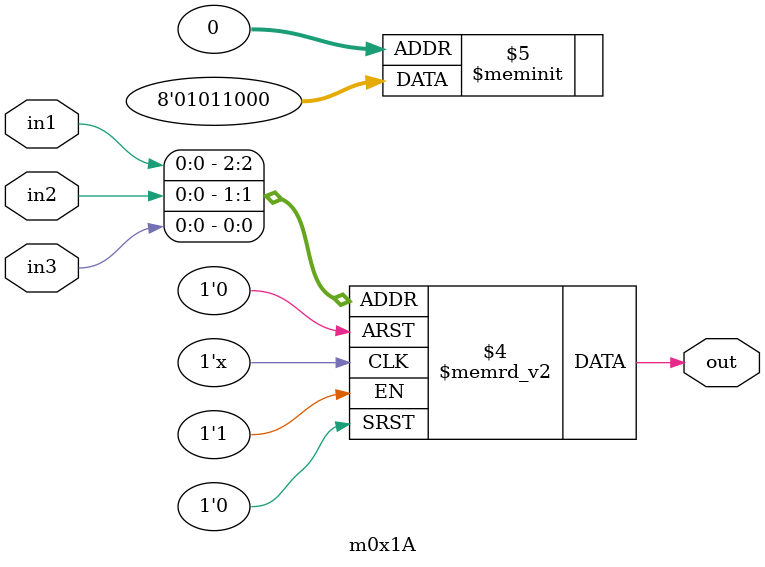
<source format=v>
module m0x1A(output out, input in1, in2, in3);

   always @(in1, in2, in3)
     begin
        case({in1, in2, in3})
          3'b000: {out} = 1'b0;
          3'b001: {out} = 1'b0;
          3'b010: {out} = 1'b0;
          3'b011: {out} = 1'b1;
          3'b100: {out} = 1'b1;
          3'b101: {out} = 1'b0;
          3'b110: {out} = 1'b1;
          3'b111: {out} = 1'b0;
        endcase // case ({in1, in2, in3})
     end // always @ (in1, in2, in3)

endmodule // m0x1A
</source>
